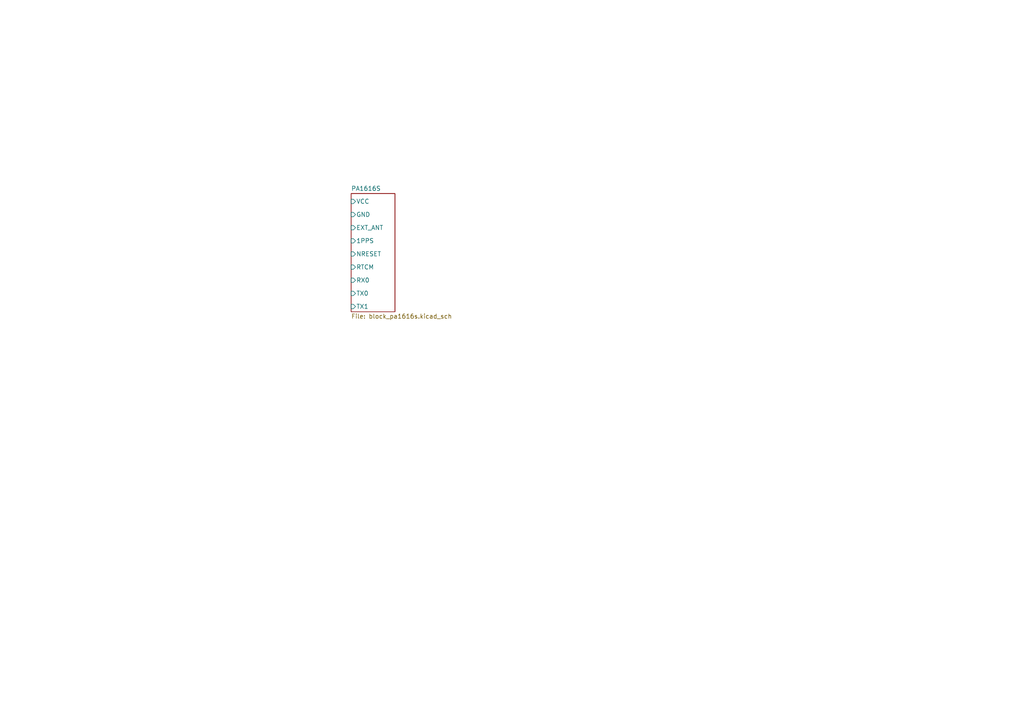
<source format=kicad_sch>
(kicad_sch
	(version 20250114)
	(generator "eeschema")
	(generator_version "9.0")
	(uuid "0ff58a49-1451-4e48-857c-ca517055df20")
	(paper "A4")
	(lib_symbols)
	(sheet
		(at 101.854 56.134)
		(size 12.7 34.29)
		(exclude_from_sim no)
		(in_bom yes)
		(on_board yes)
		(dnp no)
		(fields_autoplaced yes)
		(stroke
			(width 0.1524)
			(type solid)
		)
		(fill
			(color 0 0 0 0.0000)
		)
		(uuid "67218121-a303-4228-b394-03aeedd9f0c6")
		(property "Sheetname" "PA1616S"
			(at 101.854 55.4224 0)
			(effects
				(font
					(size 1.27 1.27)
				)
				(justify left bottom)
			)
		)
		(property "Sheetfile" "block_pa1616s.kicad_sch"
			(at 101.854 91.0086 0)
			(effects
				(font
					(size 1.27 1.27)
				)
				(justify left top)
			)
		)
		(pin "1PPS" input
			(at 101.854 69.85 180)
			(uuid "08e6e2c2-1684-4e1e-a15a-2516bdba45fc")
			(effects
				(font
					(size 1.27 1.27)
				)
				(justify left)
			)
		)
		(pin "EXT_ANT" input
			(at 101.854 66.04 180)
			(uuid "303a4b74-53d2-4f4d-974d-8d131ab58355")
			(effects
				(font
					(size 1.27 1.27)
				)
				(justify left)
			)
		)
		(pin "GND" input
			(at 101.854 62.23 180)
			(uuid "720b68ac-4fcf-435a-bceb-67a26a2eb6f7")
			(effects
				(font
					(size 1.27 1.27)
				)
				(justify left)
			)
		)
		(pin "NRESET" input
			(at 101.854 73.66 180)
			(uuid "90a80661-e827-4e23-9cfe-4fe6c0214587")
			(effects
				(font
					(size 1.27 1.27)
				)
				(justify left)
			)
		)
		(pin "RTCM" input
			(at 101.854 77.47 180)
			(uuid "a9f529f2-828e-479f-b1af-11023264a322")
			(effects
				(font
					(size 1.27 1.27)
				)
				(justify left)
			)
		)
		(pin "RX0" input
			(at 101.854 81.28 180)
			(uuid "c6f9afb0-f66c-4e70-98fe-01c25fcb04c0")
			(effects
				(font
					(size 1.27 1.27)
				)
				(justify left)
			)
		)
		(pin "TX0" input
			(at 101.854 85.09 180)
			(uuid "cc72ec0a-6c62-4736-ab26-6560ad24a3a9")
			(effects
				(font
					(size 1.27 1.27)
				)
				(justify left)
			)
		)
		(pin "TX1" input
			(at 101.854 88.9 180)
			(uuid "a69f6128-8ebe-4167-89cd-fac51c7d80f2")
			(effects
				(font
					(size 1.27 1.27)
				)
				(justify left)
			)
		)
		(pin "VCC" input
			(at 101.854 58.42 180)
			(uuid "af7c29e9-df54-4d62-9433-7225e6429525")
			(effects
				(font
					(size 1.27 1.27)
				)
				(justify left)
			)
		)
		(instances
			(project "pa1616s"
				(path "/0ff58a49-1451-4e48-857c-ca517055df20"
					(page "2")
				)
			)
		)
	)
	(sheet_instances
		(path "/"
			(page "1")
		)
	)
	(embedded_fonts no)
)

</source>
